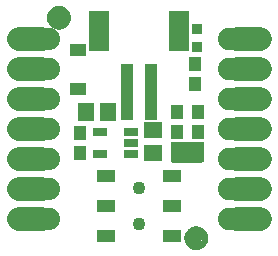
<source format=gbr>
G04 EAGLE Gerber RS-274X export*
G75*
%MOMM*%
%FSLAX34Y34*%
%LPD*%
%INSoldermask Top*%
%IPPOS*%
%AMOC8*
5,1,8,0,0,1.08239X$1,22.5*%
G01*
%ADD10C,1.101600*%
%ADD11C,0.469900*%
%ADD12C,1.879600*%
%ADD13C,2.051600*%
%ADD14R,1.101600X4.701600*%
%ADD15R,1.701600X3.501600*%
%ADD16R,1.301600X0.651600*%
%ADD17R,0.901600X0.901600*%
%ADD18R,1.101600X1.176600*%
%ADD19R,1.601600X1.341600*%
%ADD20R,1.341600X1.601600*%
%ADD21R,1.601600X1.101600*%
%ADD22R,1.321600X1.011600*%

G36*
X142358Y74946D02*
X142358Y74946D01*
X142477Y74953D01*
X142515Y74966D01*
X142556Y74971D01*
X142666Y75014D01*
X142779Y75051D01*
X142814Y75073D01*
X142851Y75088D01*
X142947Y75158D01*
X143048Y75221D01*
X143076Y75251D01*
X143109Y75274D01*
X143185Y75366D01*
X143266Y75453D01*
X143286Y75488D01*
X143311Y75519D01*
X143362Y75627D01*
X143420Y75731D01*
X143430Y75771D01*
X143447Y75807D01*
X143469Y75924D01*
X143499Y76039D01*
X143503Y76100D01*
X143507Y76120D01*
X143505Y76140D01*
X143509Y76200D01*
X143509Y91440D01*
X143494Y91558D01*
X143487Y91677D01*
X143474Y91715D01*
X143469Y91756D01*
X143426Y91866D01*
X143389Y91979D01*
X143367Y92014D01*
X143352Y92051D01*
X143283Y92147D01*
X143219Y92248D01*
X143189Y92276D01*
X143166Y92309D01*
X143074Y92385D01*
X142987Y92466D01*
X142952Y92486D01*
X142921Y92511D01*
X142813Y92562D01*
X142709Y92620D01*
X142669Y92630D01*
X142633Y92647D01*
X142516Y92669D01*
X142401Y92699D01*
X142341Y92703D01*
X142321Y92707D01*
X142300Y92705D01*
X142240Y92709D01*
X116840Y92709D01*
X116722Y92694D01*
X116603Y92687D01*
X116565Y92674D01*
X116524Y92669D01*
X116414Y92626D01*
X116301Y92589D01*
X116266Y92567D01*
X116229Y92552D01*
X116133Y92483D01*
X116032Y92419D01*
X116004Y92389D01*
X115971Y92366D01*
X115896Y92274D01*
X115814Y92187D01*
X115794Y92152D01*
X115769Y92121D01*
X115718Y92013D01*
X115660Y91909D01*
X115650Y91869D01*
X115633Y91833D01*
X115611Y91716D01*
X115581Y91601D01*
X115577Y91541D01*
X115573Y91521D01*
X115574Y91514D01*
X115573Y91512D01*
X115574Y91496D01*
X115571Y91440D01*
X115571Y76200D01*
X115586Y76082D01*
X115593Y75963D01*
X115606Y75925D01*
X115611Y75884D01*
X115654Y75774D01*
X115691Y75661D01*
X115713Y75626D01*
X115728Y75589D01*
X115798Y75493D01*
X115861Y75392D01*
X115891Y75364D01*
X115914Y75331D01*
X116006Y75256D01*
X116093Y75174D01*
X116128Y75154D01*
X116159Y75129D01*
X116267Y75078D01*
X116371Y75020D01*
X116411Y75010D01*
X116447Y74993D01*
X116564Y74971D01*
X116679Y74941D01*
X116740Y74937D01*
X116760Y74933D01*
X116780Y74935D01*
X116840Y74931D01*
X142240Y74931D01*
X142358Y74946D01*
G37*
D10*
X137287Y10795D03*
D11*
X137287Y18295D02*
X137106Y18293D01*
X136925Y18286D01*
X136744Y18275D01*
X136563Y18260D01*
X136383Y18240D01*
X136203Y18216D01*
X136024Y18188D01*
X135846Y18155D01*
X135669Y18118D01*
X135492Y18077D01*
X135317Y18032D01*
X135142Y17982D01*
X134969Y17928D01*
X134798Y17870D01*
X134627Y17808D01*
X134459Y17741D01*
X134292Y17671D01*
X134126Y17597D01*
X133963Y17518D01*
X133802Y17436D01*
X133642Y17350D01*
X133485Y17260D01*
X133330Y17166D01*
X133177Y17069D01*
X133027Y16967D01*
X132879Y16863D01*
X132733Y16754D01*
X132591Y16643D01*
X132451Y16527D01*
X132314Y16409D01*
X132179Y16287D01*
X132048Y16162D01*
X131920Y16034D01*
X131795Y15903D01*
X131673Y15768D01*
X131555Y15631D01*
X131439Y15491D01*
X131328Y15349D01*
X131219Y15203D01*
X131115Y15055D01*
X131013Y14905D01*
X130916Y14752D01*
X130822Y14597D01*
X130732Y14440D01*
X130646Y14280D01*
X130564Y14119D01*
X130485Y13956D01*
X130411Y13790D01*
X130341Y13623D01*
X130274Y13455D01*
X130212Y13284D01*
X130154Y13113D01*
X130100Y12940D01*
X130050Y12765D01*
X130005Y12590D01*
X129964Y12413D01*
X129927Y12236D01*
X129894Y12058D01*
X129866Y11879D01*
X129842Y11699D01*
X129822Y11519D01*
X129807Y11338D01*
X129796Y11157D01*
X129789Y10976D01*
X129787Y10795D01*
X137287Y18295D02*
X137468Y18293D01*
X137649Y18286D01*
X137830Y18275D01*
X138011Y18260D01*
X138191Y18240D01*
X138371Y18216D01*
X138550Y18188D01*
X138728Y18155D01*
X138905Y18118D01*
X139082Y18077D01*
X139257Y18032D01*
X139432Y17982D01*
X139605Y17928D01*
X139776Y17870D01*
X139947Y17808D01*
X140115Y17741D01*
X140282Y17671D01*
X140448Y17597D01*
X140611Y17518D01*
X140772Y17436D01*
X140932Y17350D01*
X141089Y17260D01*
X141244Y17166D01*
X141397Y17069D01*
X141547Y16967D01*
X141695Y16863D01*
X141841Y16754D01*
X141983Y16643D01*
X142123Y16527D01*
X142260Y16409D01*
X142395Y16287D01*
X142526Y16162D01*
X142654Y16034D01*
X142779Y15903D01*
X142901Y15768D01*
X143019Y15631D01*
X143135Y15491D01*
X143246Y15349D01*
X143355Y15203D01*
X143459Y15055D01*
X143561Y14905D01*
X143658Y14752D01*
X143752Y14597D01*
X143842Y14440D01*
X143928Y14280D01*
X144010Y14119D01*
X144089Y13956D01*
X144163Y13790D01*
X144233Y13623D01*
X144300Y13455D01*
X144362Y13284D01*
X144420Y13113D01*
X144474Y12940D01*
X144524Y12765D01*
X144569Y12590D01*
X144610Y12413D01*
X144647Y12236D01*
X144680Y12058D01*
X144708Y11879D01*
X144732Y11699D01*
X144752Y11519D01*
X144767Y11338D01*
X144778Y11157D01*
X144785Y10976D01*
X144787Y10795D01*
X144785Y10614D01*
X144778Y10433D01*
X144767Y10252D01*
X144752Y10071D01*
X144732Y9891D01*
X144708Y9711D01*
X144680Y9532D01*
X144647Y9354D01*
X144610Y9177D01*
X144569Y9000D01*
X144524Y8825D01*
X144474Y8650D01*
X144420Y8477D01*
X144362Y8306D01*
X144300Y8135D01*
X144233Y7967D01*
X144163Y7800D01*
X144089Y7634D01*
X144010Y7471D01*
X143928Y7310D01*
X143842Y7150D01*
X143752Y6993D01*
X143658Y6838D01*
X143561Y6685D01*
X143459Y6535D01*
X143355Y6387D01*
X143246Y6241D01*
X143135Y6099D01*
X143019Y5959D01*
X142901Y5822D01*
X142779Y5687D01*
X142654Y5556D01*
X142526Y5428D01*
X142395Y5303D01*
X142260Y5181D01*
X142123Y5063D01*
X141983Y4947D01*
X141841Y4836D01*
X141695Y4727D01*
X141547Y4623D01*
X141397Y4521D01*
X141244Y4424D01*
X141089Y4330D01*
X140932Y4240D01*
X140772Y4154D01*
X140611Y4072D01*
X140448Y3993D01*
X140282Y3919D01*
X140115Y3849D01*
X139947Y3782D01*
X139776Y3720D01*
X139605Y3662D01*
X139432Y3608D01*
X139257Y3558D01*
X139082Y3513D01*
X138905Y3472D01*
X138728Y3435D01*
X138550Y3402D01*
X138371Y3374D01*
X138191Y3350D01*
X138011Y3330D01*
X137830Y3315D01*
X137649Y3304D01*
X137468Y3297D01*
X137287Y3295D01*
X137106Y3297D01*
X136925Y3304D01*
X136744Y3315D01*
X136563Y3330D01*
X136383Y3350D01*
X136203Y3374D01*
X136024Y3402D01*
X135846Y3435D01*
X135669Y3472D01*
X135492Y3513D01*
X135317Y3558D01*
X135142Y3608D01*
X134969Y3662D01*
X134798Y3720D01*
X134627Y3782D01*
X134459Y3849D01*
X134292Y3919D01*
X134126Y3993D01*
X133963Y4072D01*
X133802Y4154D01*
X133642Y4240D01*
X133485Y4330D01*
X133330Y4424D01*
X133177Y4521D01*
X133027Y4623D01*
X132879Y4727D01*
X132733Y4836D01*
X132591Y4947D01*
X132451Y5063D01*
X132314Y5181D01*
X132179Y5303D01*
X132048Y5428D01*
X131920Y5556D01*
X131795Y5687D01*
X131673Y5822D01*
X131555Y5959D01*
X131439Y6099D01*
X131328Y6241D01*
X131219Y6387D01*
X131115Y6535D01*
X131013Y6685D01*
X130916Y6838D01*
X130822Y6993D01*
X130732Y7150D01*
X130646Y7310D01*
X130564Y7471D01*
X130485Y7634D01*
X130411Y7800D01*
X130341Y7967D01*
X130274Y8135D01*
X130212Y8306D01*
X130154Y8477D01*
X130100Y8650D01*
X130050Y8825D01*
X130005Y9000D01*
X129964Y9177D01*
X129927Y9354D01*
X129894Y9532D01*
X129866Y9711D01*
X129842Y9891D01*
X129822Y10071D01*
X129807Y10252D01*
X129796Y10433D01*
X129789Y10614D01*
X129787Y10795D01*
D12*
X165100Y179705D03*
X165100Y154305D03*
X165100Y128905D03*
X165100Y103505D03*
X165100Y78105D03*
X165100Y52705D03*
X165100Y27305D03*
D13*
X171350Y179705D02*
X190850Y179705D01*
X190850Y154305D02*
X171350Y154305D01*
X171350Y128905D02*
X190850Y128905D01*
X190850Y103505D02*
X171350Y103505D01*
X171350Y78105D02*
X190850Y78105D01*
X190850Y52705D02*
X171350Y52705D01*
X171350Y27305D02*
X190850Y27305D01*
D12*
X12700Y27305D03*
X12700Y52705D03*
X12700Y78105D03*
X12700Y103505D03*
X12700Y128905D03*
X12700Y154305D03*
X12700Y179705D03*
D13*
X6450Y27305D02*
X-13050Y27305D01*
X-13050Y52705D02*
X6450Y52705D01*
X6450Y78105D02*
X-13050Y78105D01*
X-13050Y103505D02*
X6450Y103505D01*
X6450Y128905D02*
X-13050Y128905D01*
X-13050Y154305D02*
X6450Y154305D01*
X6450Y179705D02*
X-13050Y179705D01*
D10*
X20955Y197485D03*
D11*
X20955Y204985D02*
X20774Y204983D01*
X20593Y204976D01*
X20412Y204965D01*
X20231Y204950D01*
X20051Y204930D01*
X19871Y204906D01*
X19692Y204878D01*
X19514Y204845D01*
X19337Y204808D01*
X19160Y204767D01*
X18985Y204722D01*
X18810Y204672D01*
X18637Y204618D01*
X18466Y204560D01*
X18295Y204498D01*
X18127Y204431D01*
X17960Y204361D01*
X17794Y204287D01*
X17631Y204208D01*
X17470Y204126D01*
X17310Y204040D01*
X17153Y203950D01*
X16998Y203856D01*
X16845Y203759D01*
X16695Y203657D01*
X16547Y203553D01*
X16401Y203444D01*
X16259Y203333D01*
X16119Y203217D01*
X15982Y203099D01*
X15847Y202977D01*
X15716Y202852D01*
X15588Y202724D01*
X15463Y202593D01*
X15341Y202458D01*
X15223Y202321D01*
X15107Y202181D01*
X14996Y202039D01*
X14887Y201893D01*
X14783Y201745D01*
X14681Y201595D01*
X14584Y201442D01*
X14490Y201287D01*
X14400Y201130D01*
X14314Y200970D01*
X14232Y200809D01*
X14153Y200646D01*
X14079Y200480D01*
X14009Y200313D01*
X13942Y200145D01*
X13880Y199974D01*
X13822Y199803D01*
X13768Y199630D01*
X13718Y199455D01*
X13673Y199280D01*
X13632Y199103D01*
X13595Y198926D01*
X13562Y198748D01*
X13534Y198569D01*
X13510Y198389D01*
X13490Y198209D01*
X13475Y198028D01*
X13464Y197847D01*
X13457Y197666D01*
X13455Y197485D01*
X20955Y204985D02*
X21136Y204983D01*
X21317Y204976D01*
X21498Y204965D01*
X21679Y204950D01*
X21859Y204930D01*
X22039Y204906D01*
X22218Y204878D01*
X22396Y204845D01*
X22573Y204808D01*
X22750Y204767D01*
X22925Y204722D01*
X23100Y204672D01*
X23273Y204618D01*
X23444Y204560D01*
X23615Y204498D01*
X23783Y204431D01*
X23950Y204361D01*
X24116Y204287D01*
X24279Y204208D01*
X24440Y204126D01*
X24600Y204040D01*
X24757Y203950D01*
X24912Y203856D01*
X25065Y203759D01*
X25215Y203657D01*
X25363Y203553D01*
X25509Y203444D01*
X25651Y203333D01*
X25791Y203217D01*
X25928Y203099D01*
X26063Y202977D01*
X26194Y202852D01*
X26322Y202724D01*
X26447Y202593D01*
X26569Y202458D01*
X26687Y202321D01*
X26803Y202181D01*
X26914Y202039D01*
X27023Y201893D01*
X27127Y201745D01*
X27229Y201595D01*
X27326Y201442D01*
X27420Y201287D01*
X27510Y201130D01*
X27596Y200970D01*
X27678Y200809D01*
X27757Y200646D01*
X27831Y200480D01*
X27901Y200313D01*
X27968Y200145D01*
X28030Y199974D01*
X28088Y199803D01*
X28142Y199630D01*
X28192Y199455D01*
X28237Y199280D01*
X28278Y199103D01*
X28315Y198926D01*
X28348Y198748D01*
X28376Y198569D01*
X28400Y198389D01*
X28420Y198209D01*
X28435Y198028D01*
X28446Y197847D01*
X28453Y197666D01*
X28455Y197485D01*
X28453Y197304D01*
X28446Y197123D01*
X28435Y196942D01*
X28420Y196761D01*
X28400Y196581D01*
X28376Y196401D01*
X28348Y196222D01*
X28315Y196044D01*
X28278Y195867D01*
X28237Y195690D01*
X28192Y195515D01*
X28142Y195340D01*
X28088Y195167D01*
X28030Y194996D01*
X27968Y194825D01*
X27901Y194657D01*
X27831Y194490D01*
X27757Y194324D01*
X27678Y194161D01*
X27596Y194000D01*
X27510Y193840D01*
X27420Y193683D01*
X27326Y193528D01*
X27229Y193375D01*
X27127Y193225D01*
X27023Y193077D01*
X26914Y192931D01*
X26803Y192789D01*
X26687Y192649D01*
X26569Y192512D01*
X26447Y192377D01*
X26322Y192246D01*
X26194Y192118D01*
X26063Y191993D01*
X25928Y191871D01*
X25791Y191753D01*
X25651Y191637D01*
X25509Y191526D01*
X25363Y191417D01*
X25215Y191313D01*
X25065Y191211D01*
X24912Y191114D01*
X24757Y191020D01*
X24600Y190930D01*
X24440Y190844D01*
X24279Y190762D01*
X24116Y190683D01*
X23950Y190609D01*
X23783Y190539D01*
X23615Y190472D01*
X23444Y190410D01*
X23273Y190352D01*
X23100Y190298D01*
X22925Y190248D01*
X22750Y190203D01*
X22573Y190162D01*
X22396Y190125D01*
X22218Y190092D01*
X22039Y190064D01*
X21859Y190040D01*
X21679Y190020D01*
X21498Y190005D01*
X21317Y189994D01*
X21136Y189987D01*
X20955Y189985D01*
X20774Y189987D01*
X20593Y189994D01*
X20412Y190005D01*
X20231Y190020D01*
X20051Y190040D01*
X19871Y190064D01*
X19692Y190092D01*
X19514Y190125D01*
X19337Y190162D01*
X19160Y190203D01*
X18985Y190248D01*
X18810Y190298D01*
X18637Y190352D01*
X18466Y190410D01*
X18295Y190472D01*
X18127Y190539D01*
X17960Y190609D01*
X17794Y190683D01*
X17631Y190762D01*
X17470Y190844D01*
X17310Y190930D01*
X17153Y191020D01*
X16998Y191114D01*
X16845Y191211D01*
X16695Y191313D01*
X16547Y191417D01*
X16401Y191526D01*
X16259Y191637D01*
X16119Y191753D01*
X15982Y191871D01*
X15847Y191993D01*
X15716Y192118D01*
X15588Y192246D01*
X15463Y192377D01*
X15341Y192512D01*
X15223Y192649D01*
X15107Y192789D01*
X14996Y192931D01*
X14887Y193077D01*
X14783Y193225D01*
X14681Y193375D01*
X14584Y193528D01*
X14490Y193683D01*
X14400Y193840D01*
X14314Y194000D01*
X14232Y194161D01*
X14153Y194324D01*
X14079Y194490D01*
X14009Y194657D01*
X13942Y194825D01*
X13880Y194996D01*
X13822Y195167D01*
X13768Y195340D01*
X13718Y195515D01*
X13673Y195690D01*
X13632Y195867D01*
X13595Y196044D01*
X13562Y196222D01*
X13534Y196401D01*
X13510Y196581D01*
X13490Y196761D01*
X13475Y196942D01*
X13464Y197123D01*
X13457Y197304D01*
X13455Y197485D01*
D14*
X78900Y134450D03*
X98900Y134450D03*
D15*
X54900Y186450D03*
X122900Y186450D03*
D16*
X81581Y81940D03*
X81581Y91440D03*
X81581Y100940D03*
X55579Y100940D03*
X55579Y81940D03*
D17*
X137795Y172840D03*
X137795Y187840D03*
D18*
X136525Y158360D03*
X136525Y141360D03*
D19*
X100965Y102210D03*
X100965Y83210D03*
D18*
X38735Y82940D03*
X38735Y99940D03*
D20*
X62840Y117475D03*
X43840Y117475D03*
D21*
X60900Y13100D03*
X60900Y38100D03*
X60900Y63100D03*
X116900Y63100D03*
X116900Y38100D03*
X116900Y13100D03*
D10*
X88900Y53100D03*
X88900Y23100D03*
D18*
X120650Y117720D03*
X120650Y100720D03*
X138430Y100720D03*
X138430Y117720D03*
D22*
X36830Y170045D03*
X36830Y137295D03*
M02*

</source>
